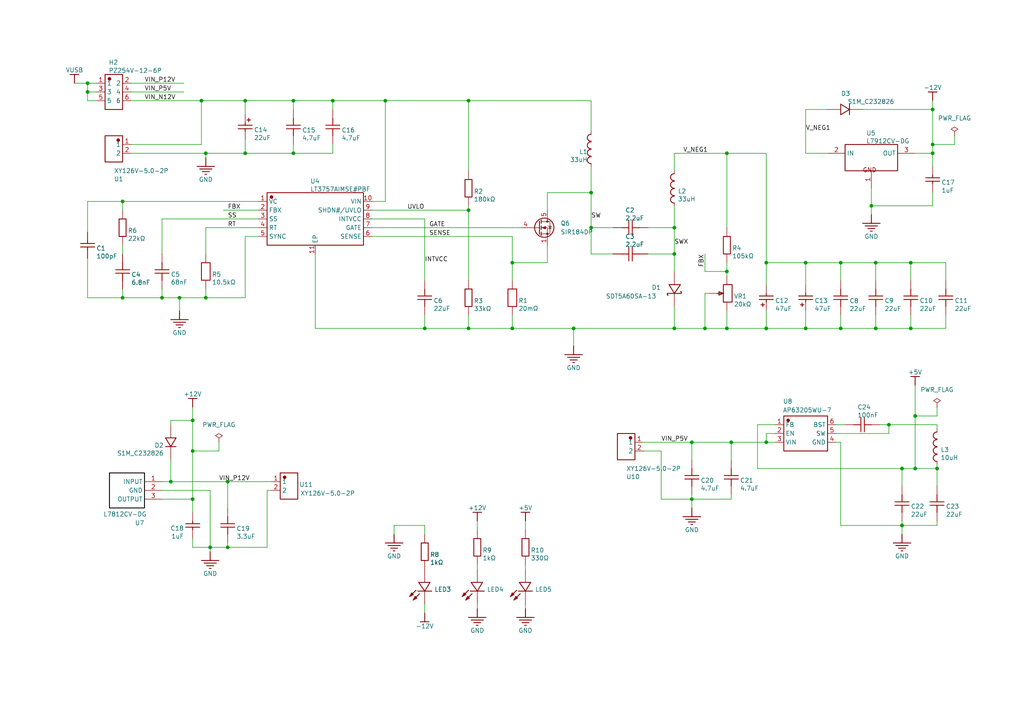
<source format=kicad_sch>
(kicad_sch (version 20231120) (generator "eeschema") (generator_version "8.0")
  (paper "A4")
  (junction (at 25.4 26.67))
  (junction (at 46.99 86.36))
  (junction (at 254 76.2))
  (junction (at 166.37 95.25))
  (junction (at 200.66 128.27))
  (junction (at 210.82 95.25))
  (junction (at 35.56 86.36))
  (junction (at 60.96 158.75))
  (junction (at 111.76 29.21))
  (junction (at 264.16 95.25))
  (junction (at 71.12 29.21))
  (junction (at 135.89 29.21))
  (junction (at 265.43 120.65))
  (junction (at 261.62 135.89))
  (junction (at 135.89 60.96))
  (junction (at 252.73 59.69))
  (junction (at 270.51 31.75))
  (junction (at 243.84 95.25))
  (junction (at 264.16 76.2))
  (junction (at 148.59 95.25))
  (junction (at 200.66 144.78))
  (junction (at 171.45 55.88))
  (junction (at 233.68 95.25))
  (junction (at 270.51 41.91))
  (junction (at 66.04 158.75))
  (junction (at 257.81 123.19))
  (junction (at 135.89 95.25))
  (junction (at 59.69 86.36))
  (junction (at 210.82 78.74))
  (junction (at 243.84 76.2))
  (junction (at 85.09 29.21))
  (junction (at 71.12 44.45))
  (junction (at 222.25 95.25))
  (junction (at 58.42 29.21))
  (junction (at 271.78 135.89))
  (junction (at 195.58 66.04))
  (junction (at 148.59 76.2))
  (junction (at 212.09 128.27))
  (junction (at 55.88 130.81))
  (junction (at 261.62 152.4))
  (junction (at 233.68 76.2))
  (junction (at 222.25 76.2))
  (junction (at 85.09 44.45))
  (junction (at 96.52 29.21))
  (junction (at 52.07 86.36))
  (junction (at 254 95.25))
  (junction (at 171.45 66.04))
  (junction (at 195.58 73.66))
  (junction (at 25.4 24.13))
  (junction (at 66.04 139.7))
  (junction (at 49.53 139.7))
  (junction (at 204.47 95.25))
  (junction (at 123.19 95.25))
  (junction (at 265.43 135.89))
  (junction (at 55.88 121.92))
  (junction (at 35.56 58.42))
  (junction (at 195.58 95.25))
  (junction (at 59.69 44.45))
  (junction (at 55.88 144.78))
  (junction (at 210.82 44.45))
  (junction (at 222.25 128.27))
  (junction (at 270.51 44.45))
  (wire (pts (xy 135.89 29.21) (xy 111.76 29.21)))
  (wire (pts (xy 85.09 41.91) (xy 85.09 44.45)))
  (wire (pts (xy 224.79 125.73) (xy 222.25 125.73)))
  (wire (pts (xy 270.51 44.45) (xy 265.43 44.45)))
  (wire (pts (xy 38.1 24.13) (xy 53.34 24.13)))
  (wire (pts (xy 204.47 78.74) (xy 210.82 78.74)))
  (wire (pts (xy 91.44 73.66) (xy 91.44 95.25)))
  (wire (pts (xy 85.09 29.21) (xy 96.52 29.21)))
  (wire (pts (xy 55.88 156.21) (xy 55.88 158.75)))
  (wire (pts (xy 38.1 41.91) (xy 58.42 41.91)))
  (wire (pts (xy 58.42 29.21) (xy 71.12 29.21)))
  (wire (pts (xy 264.16 81.28) (xy 264.16 76.2)))
  (wire (pts (xy 212.09 133.35) (xy 212.09 128.27)))
  (wire (pts (xy 123.19 63.5) (xy 123.19 81.28)))
  (wire (pts (xy 166.37 100.33) (xy 166.37 95.25)))
  (wire (pts (xy 171.45 66.04) (xy 171.45 55.88)))
  (wire (pts (xy 35.56 71.12) (xy 35.56 73.66)))
  (wire (pts (xy 63.5 130.81) (xy 55.88 130.81)))
  (wire (pts (xy 35.56 83.82) (xy 35.56 86.36)))
  (wire (pts (xy 204.47 95.25) (xy 195.58 95.25)))
  (wire (pts (xy 243.84 81.28) (xy 243.84 76.2)))
  (wire (pts (xy 59.69 83.82) (xy 59.69 86.36)))
  (wire (pts (xy 27.94 29.21) (xy 25.4 29.21)))
  (wire (pts (xy 205.74 85.09) (xy 204.47 85.09)))
  (wire (pts (xy 195.58 44.45) (xy 210.82 44.45)))
  (wire (pts (xy 242.57 128.27) (xy 243.84 128.27)))
  (wire (pts (xy 274.32 91.44) (xy 274.32 95.25)))
  (wire (pts (xy 195.58 73.66) (xy 195.58 78.74)))
  (wire (pts (xy 114.3 154.94) (xy 114.3 152.4)))
  (wire (pts (xy 123.19 91.44) (xy 123.19 95.25)))
  (wire (pts (xy 187.96 73.66) (xy 195.58 73.66)))
  (wire (pts (xy 261.62 135.89) (xy 265.43 135.89)))
  (wire (pts (xy 210.82 44.45) (xy 210.82 66.04)))
  (wire (pts (xy 224.79 128.27) (xy 222.25 128.27)))
  (wire (pts (xy 243.84 76.2) (xy 233.68 76.2)))
  (wire (pts (xy 107.95 60.96) (xy 135.89 60.96)))
  (wire (pts (xy 177.8 66.04) (xy 171.45 66.04)))
  (wire (pts (xy 219.71 135.89) (xy 261.62 135.89)))
  (wire (pts (xy 166.37 95.25) (xy 148.59 95.25)))
  (wire (pts (xy 222.25 76.2) (xy 222.25 82.55)))
  (wire (pts (xy 195.58 49.53) (xy 195.58 44.45)))
  (wire (pts (xy 233.68 95.25) (xy 222.25 95.25)))
  (wire (pts (xy 63.5 128.27) (xy 63.5 130.81)))
  (wire (pts (xy 91.44 95.25) (xy 123.19 95.25)))
  (wire (pts (xy 107.95 63.5) (xy 123.19 63.5)))
  (wire (pts (xy 243.84 152.4) (xy 261.62 152.4)))
  (wire (pts (xy 240.03 31.75) (xy 233.68 31.75)))
  (wire (pts (xy 138.43 151.13) (xy 138.43 153.67)))
  (wire (pts (xy 77.47 142.24) (xy 77.47 158.75)))
  (wire (pts (xy 271.78 140.97) (xy 271.78 135.89)))
  (wire (pts (xy 25.4 74.93) (xy 25.4 86.36)))
  (wire (pts (xy 55.88 144.78) (xy 55.88 148.59)))
  (wire (pts (xy 212.09 128.27) (xy 200.66 128.27)))
  (wire (pts (xy 219.71 123.19) (xy 219.71 135.89)))
  (wire (pts (xy 25.4 29.21) (xy 25.4 26.67)))
  (wire (pts (xy 276.86 39.37) (xy 276.86 41.91)))
  (wire (pts (xy 59.69 86.36) (xy 71.12 86.36)))
  (wire (pts (xy 270.51 59.69) (xy 252.73 59.69)))
  (wire (pts (xy 66.04 157.48) (xy 66.04 158.75)))
  (wire (pts (xy 55.88 130.81) (xy 55.88 144.78)))
  (wire (pts (xy 148.59 68.58) (xy 148.59 76.2)))
  (wire (pts (xy 270.51 31.75) (xy 270.51 41.91)))
  (wire (pts (xy 123.19 95.25) (xy 135.89 95.25)))
  (wire (pts (xy 243.84 91.44) (xy 243.84 95.25)))
  (wire (pts (xy 233.68 31.75) (xy 233.68 44.45)))
  (wire (pts (xy 270.51 48.26) (xy 270.51 44.45)))
  (wire (pts (xy 25.4 67.31) (xy 25.4 58.42)))
  (wire (pts (xy 276.86 41.91) (xy 270.51 41.91)))
  (wire (pts (xy 152.4 175.26) (xy 152.4 176.53)))
  (wire (pts (xy 152.4 163.83) (xy 152.4 165.1)))
  (wire (pts (xy 274.32 76.2) (xy 264.16 76.2)))
  (wire (pts (xy 148.59 76.2) (xy 158.75 76.2)))
  (wire (pts (xy 204.47 73.66) (xy 204.47 78.74)))
  (wire (pts (xy 25.4 26.67) (xy 25.4 24.13)))
  (wire (pts (xy 171.45 55.88) (xy 171.45 48.26)))
  (wire (pts (xy 200.66 144.78) (xy 200.66 147.32)))
  (wire (pts (xy 38.1 44.45) (xy 59.69 44.45)))
  (wire (pts (xy 270.51 55.88) (xy 270.51 59.69)))
  (wire (pts (xy 85.09 44.45) (xy 71.12 44.45)))
  (wire (pts (xy 25.4 86.36) (xy 35.56 86.36)))
  (wire (pts (xy 66.04 158.75) (xy 60.96 158.75)))
  (wire (pts (xy 27.94 26.67) (xy 25.4 26.67)))
  (wire (pts (xy 152.4 153.67) (xy 152.4 151.13)))
  (wire (pts (xy 264.16 95.25) (xy 254 95.25)))
  (wire (pts (xy 250.19 31.75) (xy 270.51 31.75)))
  (wire (pts (xy 35.56 58.42) (xy 74.93 58.42)))
  (wire (pts (xy 204.47 85.09) (xy 204.47 95.25)))
  (wire (pts (xy 38.1 29.21) (xy 58.42 29.21)))
  (wire (pts (xy 46.99 73.66) (xy 46.99 63.5)))
  (wire (pts (xy 52.07 90.17) (xy 52.07 86.36)))
  (wire (pts (xy 71.12 29.21) (xy 71.12 33.02)))
  (wire (pts (xy 254 76.2) (xy 243.84 76.2)))
  (wire (pts (xy 25.4 58.42) (xy 35.56 58.42)))
  (wire (pts (xy 123.19 177.8) (xy 123.19 175.26)))
  (wire (pts (xy 242.57 123.19) (xy 245.11 123.19)))
  (wire (pts (xy 222.25 44.45) (xy 210.82 44.45)))
  (wire (pts (xy 222.25 128.27) (xy 212.09 128.27)))
  (wire (pts (xy 210.82 90.17) (xy 210.82 95.25)))
  (wire (pts (xy 271.78 120.65) (xy 265.43 120.65)))
  (wire (pts (xy 138.43 163.83) (xy 138.43 165.1)))
  (wire (pts (xy 274.32 95.25) (xy 264.16 95.25)))
  (wire (pts (xy 264.16 91.44) (xy 264.16 95.25)))
  (wire (pts (xy 46.99 144.78) (xy 55.88 144.78)))
  (wire (pts (xy 195.58 66.04) (xy 195.58 73.66)))
  (wire (pts (xy 71.12 86.36) (xy 71.12 68.58)))
  (wire (pts (xy 177.8 73.66) (xy 171.45 73.66)))
  (wire (pts (xy 55.88 121.92) (xy 55.88 130.81)))
  (wire (pts (xy 49.53 133.35) (xy 49.53 139.7)))
  (wire (pts (xy 148.59 81.28) (xy 148.59 76.2)))
  (wire (pts (xy 261.62 140.97) (xy 261.62 135.89)))
  (wire (pts (xy 111.76 29.21) (xy 111.76 58.42)))
  (wire (pts (xy 66.04 139.7) (xy 66.04 147.32)))
  (wire (pts (xy 240.03 44.45) (xy 233.68 44.45)))
  (wire (pts (xy 257.81 123.19) (xy 271.78 123.19)))
  (wire (pts (xy 49.53 121.92) (xy 55.88 121.92)))
  (wire (pts (xy 222.25 90.17) (xy 222.25 95.25)))
  (wire (pts (xy 111.76 58.42) (xy 107.95 58.42)))
  (wire (pts (xy 243.84 128.27) (xy 243.84 152.4)))
  (wire (pts (xy 135.89 95.25) (xy 148.59 95.25)))
  (wire (pts (xy 55.88 118.11) (xy 55.88 121.92)))
  (wire (pts (xy 274.32 81.28) (xy 274.32 76.2)))
  (wire (pts (xy 222.25 76.2) (xy 222.25 44.45)))
  (wire (pts (xy 135.89 91.44) (xy 135.89 95.25)))
  (wire (pts (xy 271.78 152.4) (xy 261.62 152.4)))
  (wire (pts (xy 210.82 95.25) (xy 204.47 95.25)))
  (wire (pts (xy 123.19 152.4) (xy 123.19 154.94)))
  (wire (pts (xy 78.74 139.7) (xy 66.04 139.7)))
  (wire (pts (xy 212.09 143.51) (xy 212.09 144.78)))
  (wire (pts (xy 107.95 66.04) (xy 151.13 66.04)))
  (wire (pts (xy 195.58 88.9) (xy 195.58 95.25)))
  (wire (pts (xy 171.45 29.21) (xy 135.89 29.21)))
  (wire (pts (xy 114.3 152.4) (xy 123.19 152.4)))
  (wire (pts (xy 264.16 76.2) (xy 254 76.2)))
  (wire (pts (xy 271.78 123.19) (xy 271.78 124.46)))
  (wire (pts (xy 25.4 24.13) (xy 27.94 24.13)))
  (wire (pts (xy 135.89 59.69) (xy 135.89 60.96)))
  (wire (pts (xy 261.62 152.4) (xy 261.62 151.13)))
  (wire (pts (xy 270.51 29.21) (xy 270.51 31.75)))
  (wire (pts (xy 261.62 154.94) (xy 261.62 152.4)))
  (wire (pts (xy 195.58 59.69) (xy 195.58 66.04)))
  (wire (pts (xy 135.89 49.53) (xy 135.89 29.21)))
  (wire (pts (xy 222.25 125.73) (xy 222.25 128.27)))
  (wire (pts (xy 224.79 123.19) (xy 219.71 123.19)))
  (wire (pts (xy 210.82 76.2) (xy 210.82 78.74)))
  (wire (pts (xy 252.73 54.61) (xy 252.73 59.69)))
  (wire (pts (xy 271.78 151.13) (xy 271.78 152.4)))
  (wire (pts (xy 38.1 26.67) (xy 53.34 26.67)))
  (wire (pts (xy 186.69 130.81) (xy 191.77 130.81)))
  (wire (pts (xy 254 81.28) (xy 254 76.2)))
  (wire (pts (xy 265.43 135.89) (xy 271.78 135.89)))
  (wire (pts (xy 46.99 86.36) (xy 52.07 86.36)))
  (wire (pts (xy 195.58 95.25) (xy 166.37 95.25)))
  (wire (pts (xy 107.95 68.58) (xy 148.59 68.58)))
  (wire (pts (xy 233.68 76.2) (xy 222.25 76.2)))
  (wire (pts (xy 71.12 29.21) (xy 85.09 29.21)))
  (wire (pts (xy 158.75 71.12) (xy 158.75 76.2)))
  (wire (pts (xy 265.43 111.76) (xy 265.43 120.65)))
  (wire (pts (xy 46.99 63.5) (xy 74.93 63.5)))
  (wire (pts (xy 191.77 144.78) (xy 200.66 144.78)))
  (wire (pts (xy 96.52 44.45) (xy 85.09 44.45)))
  (wire (pts (xy 210.82 78.74) (xy 210.82 80.01)))
  (wire (pts (xy 46.99 142.24) (xy 60.96 142.24)))
  (wire (pts (xy 35.56 60.96) (xy 35.56 58.42)))
  (wire (pts (xy 200.66 128.27) (xy 200.66 133.35)))
  (wire (pts (xy 148.59 95.25) (xy 148.59 91.44)))
  (wire (pts (xy 46.99 83.82) (xy 46.99 86.36)))
  (wire (pts (xy 49.53 139.7) (xy 66.04 139.7)))
  (wire (pts (xy 265.43 120.65) (xy 265.43 135.89)))
  (wire (pts (xy 55.88 158.75) (xy 60.96 158.75)))
  (wire (pts (xy 222.25 95.25) (xy 210.82 95.25)))
  (wire (pts (xy 60.96 158.75) (xy 60.96 160.02)))
  (wire (pts (xy 46.99 139.7) (xy 49.53 139.7)))
  (wire (pts (xy 59.69 44.45) (xy 59.69 45.72)))
  (wire (pts (xy 138.43 175.26) (xy 138.43 176.53)))
  (wire (pts (xy 59.69 66.04) (xy 74.93 66.04)))
  (wire (pts (xy 96.52 29.21) (xy 111.76 29.21)))
  (wire (pts (xy 254 91.44) (xy 254 95.25)))
  (wire (pts (xy 71.12 68.58) (xy 74.93 68.58)))
  (wire (pts (xy 233.68 76.2) (xy 233.68 82.55)))
  (wire (pts (xy 71.12 44.45) (xy 59.69 44.45)))
  (wire (pts (xy 242.57 125.73) (xy 257.81 125.73)))
  (wire (pts (xy 271.78 118.11) (xy 271.78 120.65)))
  (wire (pts (xy 171.45 73.66) (xy 171.45 66.04)))
  (wire (pts (xy 191.77 130.81) (xy 191.77 144.78)))
  (wire (pts (xy 233.68 90.17) (xy 233.68 95.25)))
  (wire (pts (xy 271.78 135.89) (xy 271.78 134.62)))
  (wire (pts (xy 135.89 60.96) (xy 135.89 81.28)))
  (wire (pts (xy 58.42 41.91) (xy 58.42 29.21)))
  (wire (pts (xy 186.69 128.27) (xy 200.66 128.27)))
  (wire (pts (xy 35.56 86.36) (xy 46.99 86.36)))
  (wire (pts (xy 64.77 60.96) (xy 74.93 60.96)))
  (wire (pts (xy 243.84 95.25) (xy 233.68 95.25)))
  (wire (pts (xy 21.59 24.13) (xy 25.4 24.13)))
  (wire (pts (xy 71.12 40.64) (xy 71.12 44.45)))
  (wire (pts (xy 96.52 31.75) (xy 96.52 29.21)))
  (wire (pts (xy 158.75 60.96) (xy 158.75 55.88)))
  (wire (pts (xy 187.96 66.04) (xy 195.58 66.04)))
  (wire (pts (xy 252.73 59.69) (xy 252.73 62.23)))
  (wire (pts (xy 85.09 31.75) (xy 85.09 29.21)))
  (wire (pts (xy 158.75 55.88) (xy 171.45 55.88)))
  (wire (pts (xy 96.52 41.91) (xy 96.52 44.45)))
  (wire (pts (xy 270.51 41.91) (xy 270.51 44.45)))
  (wire (pts (xy 60.96 142.24) (xy 60.96 158.75)))
  (wire (pts (xy 257.81 125.73) (xy 257.81 123.19)))
  (wire (pts (xy 59.69 73.66) (xy 59.69 66.04)))
  (wire (pts (xy 49.53 123.19) (xy 49.53 121.92)))
  (wire (pts (xy 78.74 142.24) (xy 77.47 142.24)))
  (wire (pts (xy 255.27 123.19) (xy 257.81 123.19)))
  (wire (pts (xy 212.09 144.78) (xy 200.66 144.78)))
  (wire (pts (xy 171.45 38.1) (xy 171.45 29.21)))
  (wire (pts (xy 77.47 158.75) (xy 66.04 158.75)))
  (wire (pts (xy 254 95.25) (xy 243.84 95.25)))
  (wire (pts (xy 52.07 86.36) (xy 59.69 86.36)))
  (wire (pts (xy 200.66 143.51) (xy 200.66 144.78)))
  (label "GATE" (at 124.46 66.04 0))
  (label "SS" (at 66.04 63.5 0))
  (label "VIN_N12V" (at 41.91 29.21 0))
  (label "RT" (at 66.04 66.04 0))
  (label "VIN_P12V" (at 41.91 24.13 0))
  (label "VIN_P5V" (at 191.77 128.27 0))
  (label "V_NEG1" (at 198.12 44.45 0))
  (label "SENSE" (at 124.46 68.58 0))
  (label "INTVCC" (at 123.19 76.2 0))
  (label "FBX" (at 66.04 60.96 0))
  (label "VIN_P5V" (at 41.91 26.67 0))
  (label "SW" (at 171.45 63.5 0))
  (label "SWX" (at 195.58 71.12 0))
  (label "VIN_P12V" (at 63.5 139.7 0))
  (label "V_NEG1" (at 233.68 38.1 0))
  (label "UVLO" (at 118.11 60.96 0))
  (label "FBX" (at 204.47 77.47 90))
  (symbol (lib_id "dualrailusbc-altium-import:root_1_33uH") (at 171.45 43.18 0) (unit 1)
    (property "Reference" "L1" (at 170.434 44.747 0) (effects (justify right bottom)))
    (property "Value" "33uH" (at 170.434 47.033 0) (effects (justify right bottom)))
    (property "Footprint" "Inductor_SMD_Custom:L_SMD_Sumida_L11.5mm_W10.0mm" (effects (hide yes)))
    (property "CONTRIBUTOR" "lcsc" (effects (hide yes)))
    (property "NAMEALIAS" "Value" (effects (hide yes)))
    (property "SUPPLIER" "LCSC" (effects (hide yes)))
    (property "SUPPLIER PART" "C2454199" (effects (hide yes)))
    (property "MANUFACTURER" "Sumida(胜美达)" (effects (hide yes)))
    (property "MANUFACTURER PART" "104CDMCCDS-330MC" (effects (hide yes)))
    (property "JLCPCB PART CLASS" "Extended Part" (effects (hide yes)))
    (property "SPICEPRE" "U" (effects (hide yes)))
    (property "SPICESYMBOLNAME" "104CDMCCDS-330MC" (effects (hide yes)))
  )
  (symbol (lib_id "dualrailusbc-altium-import:root_0_100nF") (at 250.19 123.19 0) (unit 1)
    (property "Reference" "C24" (at 248.676 118.816 0) (effects (justify left bottom)))
    (property "Value" "100nF" (at 248.676 121.137 0) (effects (justify left bottom)))
    (property "Footprint" "Capacitor_SMD:C_0603_1608Metric" (effects (hide yes)))
    (property "NAMEALIAS" "Value" (effects (hide yes)))
    (property "SUPPLIER" "LCSC" (effects (hide yes)))
    (property "MANUFACTURER" "muRata(村田)" (effects (hide yes)))
    (property "MANUFACTURER PART" "GRM188R71H104KA93D" (effects (hide yes)))
    (property "SUPPLIER PART" "C77055" (effects (hide yes)))
    (property "JLCPCB PART CLASS" "Extended Part" (effects (hide yes)))
    (property "SPICEPRE" "C" (effects (hide yes)))
    (property "SPICESYMBOLNAME" "GRM188R71H104KA93D" (effects (hide yes)))
  )
  (symbol (lib_id "dualrailusbc-altium-import:root_1_4.7uF") (at 96.52 36.83 0) (unit 1)
    (property "Reference" "C16" (at 99.06 38.471 0) (effects (justify left bottom)))
    (property "Value" "4.7uF" (at 99.06 40.762 0) (effects (justify left bottom)))
    (property "Footprint" "Capacitor_SMD:C_1210_3225Metric" (effects (hide yes)))
    (property "NAMEALIAS" "Value" (effects (hide yes)))
    (property "SUPPLIER" "LCSC" (effects (hide yes)))
    (property "MANUFACTURER" "muRata(村田)" (effects (hide yes)))
    (property "MANUFACTURER PART" "GRM32ER71H475KA88L" (effects (hide yes)))
    (property "SUPPLIER PART" "C86052" (effects (hide yes)))
    (property "JLCPCB PART CLASS" "Extended Part" (effects (hide yes)))
    (property "SPICEPRE" "C" (effects (hide yes)))
    (property "SPICESYMBOLNAME" "GRM32ER71H475KA88L" (effects (hide yes)))
  )
  (symbol (lib_id "dualrailusbc-altium-import:root_1_22uF") (at 274.32 86.36 0) (unit 1)
    (property "Reference" "C11" (at 276.86 87.917 0) (effects (justify left bottom)))
    (property "Value" "22uF" (at 276.86 90.241 0) (effects (justify left bottom)))
    (property "Footprint" "Capacitor_SMD:C_1210_3225Metric" (effects (hide yes)))
    (property "NAMEALIAS" "Value" (effects (hide yes)))
    (property "CONTRIBUTOR" "LCSC" (effects (hide yes)))
    (property "SUPPLIER" "LCSC" (effects (hide yes)))
    (property "SUPPLIER PART" "C21397" (effects (hide yes)))
    (property "MANUFACTURER" "muRata(村田)" (effects (hide yes)))
    (property "MANUFACTURER PART" "GRM32ER71E226KE15L" (effects (hide yes)))
    (property "JLCPCB PART CLASS" "Extended Part" (effects (hide yes)))
    (property "SPICEPRE" "C" (effects (hide yes)))
    (property "SPICESYMBOLNAME" "GRM32ER71E226KE15L" (effects (hide yes)))
  )
  (symbol (lib_id "dualrailusbc-altium-import:root_1_330Ω") (at 152.4 158.75 0) (unit 1)
    (property "Reference" "R10" (at 153.924 160.317 0) (effects (justify left bottom)))
    (property "Value" "330Ω" (at 153.924 162.603 0) (effects (justify left bottom)))
    (property "Footprint" "Resistor_SMD:R_0603_1608Metric" (effects (hide yes)))
    (property "NAMEALIAS" "Value" (effects (hide yes)))
    (property "SUPPLIER" "LCSC" (effects (hide yes)))
    (property "MANUFACTURER" "YAGEO(国巨)" (effects (hide yes)))
    (property "MANUFACTURER PART" "RC0603FR-07330RL" (effects (hide yes)))
    (property "SUPPLIER PART" "C105881" (effects (hide yes)))
    (property "JLCPCB PART CLASS" "Extended Part" (effects (hide yes)))
    (property "SPICEPRE" "R" (effects (hide yes)))
    (property "SPICESYMBOLNAME" "RC0603FR-07330RL" (effects (hide yes)))
  )
  (symbol (lib_id "dualrailusbc-altium-import:root_1_10.5kΩ") (at 59.69 78.74 0) (unit 1)
    (property "Reference" "R5" (at 61.468 80.307 0) (effects (justify left bottom)))
    (property "Value" "10.5kΩ" (at 61.468 82.593 0) (effects (justify left bottom)))
    (property "Footprint" "Resistor_SMD:R_0603_1608Metric" (effects (hide yes)))
    (property "NAMEALIAS" "Value" (effects (hide yes)))
    (property "CONTRIBUTOR" "LCSC" (effects (hide yes)))
    (property "SUPPLIER" "LCSC" (effects (hide yes)))
    (property "SUPPLIER PART" "C728609" (effects (hide yes)))
    (property "MANUFACTURER" "YAGEO(国巨)" (effects (hide yes)))
    (property "MANUFACTURER PART" "RT0603DRD0710K5L" (effects (hide yes)))
    (property "JLCPCB PART CLASS" "Extended Part" (effects (hide yes)))
    (property "SPICEPRE" "R" (effects (hide yes)))
    (property "SPICESYMBOLNAME" "RT0603DRD0710K5L" (effects (hide yes)))
  )
  (symbol (lib_id "dualrailusbc-altium-import:GND_POWER_GROUND") (at 152.4 176.53 0) (unit 1)
    (property "Reference" "#PWR050" (effects (hide yes)))
    (property "Value" "GND" (at 152.4 182.88 0))
    (property "Description" "Power symbol creates a global label with name 'GND'" (effects (hide yes)))
  )
  (symbol (lib_id "dualrailusbc-altium-import:root_1_1kΩ") (at 123.19 160.02 0) (unit 1)
    (property "Reference" "R8" (at 124.714 161.587 0) (effects (justify left bottom)))
    (property "Value" "1kΩ" (at 124.714 163.873 0) (effects (justify left bottom)))
    (property "Footprint" "Resistor_SMD:R_0603_1608Metric" (effects (hide yes)))
    (property "NAMEALIAS" "Value" (effects (hide yes)))
    (property "SUPPLIER" "LCSC" (effects (hide yes)))
    (property "MANUFACTURER PART" "RC0603FR-071KL" (effects (hide yes)))
    (property "MANUFACTURER" "YAGEO(国巨)" (effects (hide yes)))
    (property "SUPPLIER PART" "C22548" (effects (hide yes)))
    (property "JLCPCB PART CLASS" "Extended Part" (effects (hide yes)))
    (property "SPICEPRE" "R" (effects (hide yes)))
    (property "SPICESYMBOLNAME" "RC0603FR-071KL" (effects (hide yes)))
  )
  (symbol (lib_id "dualrailusbc-altium-import:root_1_22kΩ") (at 35.56 66.04 0) (unit 1)
    (property "Reference" "R6" (at 37.084 67.597 0) (effects (justify left bottom)))
    (property "Value" "22kΩ" (at 37.084 69.921 0) (effects (justify left bottom)))
    (property "Footprint" "Resistor_SMD:R_0603_1608Metric" (effects (hide yes)))
    (property "NAMEALIAS" "Value" (effects (hide yes)))
    (property "SUPPLIER" "LCSC" (effects (hide yes)))
    (property "MANUFACTURER" "YAGEO(国巨)" (effects (hide yes)))
    (property "MANUFACTURER PART" "RC0603FR-0722KL" (effects (hide yes)))
    (property "SUPPLIER PART" "C114065" (effects (hide yes)))
    (property "JLCPCB PART CLASS" "Extended Part" (effects (hide yes)))
    (property "SPICEPRE" "R" (effects (hide yes)))
    (property "SPICESYMBOLNAME" "RC0603FR-0722KL" (effects (hide yes)))
  )
  (symbol (lib_id "dualrailusbc-altium-import:root_1_4.7uF") (at 85.09 36.83 0) (unit 1)
    (property "Reference" "C15" (at 87.63 38.471 0) (effects (justify left bottom)))
    (property "Value" "4.7uF" (at 87.63 40.762 0) (effects (justify left bottom)))
    (property "Footprint" "Capacitor_SMD:C_1210_3225Metric" (effects (hide yes)))
    (property "NAMEALIAS" "Value" (effects (hide yes)))
    (property "SUPPLIER" "LCSC" (effects (hide yes)))
    (property "MANUFACTURER" "muRata(村田)" (effects (hide yes)))
    (property "MANUFACTURER PART" "GRM32ER71H475KA88L" (effects (hide yes)))
    (property "SUPPLIER PART" "C86052" (effects (hide yes)))
    (property "JLCPCB PART CLASS" "Extended Part" (effects (hide yes)))
    (property "SPICEPRE" "C" (effects (hide yes)))
    (property "SPICESYMBOLNAME" "GRM32ER71H475KA88L" (effects (hide yes)))
  )
  (symbol (lib_id "dualrailusbc-altium-import:GND_POWER_GROUND") (at 261.62 154.94 0) (unit 1)
    (property "Reference" "#PWR054" (effects (hide yes)))
    (property "Value" "GND" (at 261.62 161.29 0))
    (property "Description" "Power symbol creates a global label with name 'GND'" (effects (hide yes)))
  )
  (symbol (lib_id "dualrailusbc-altium-import:root_0_20kΩ") (at 208.28 85.09 0) (unit 1)
    (property "Reference" "VR1" (at 212.852 86.647 0) (effects (justify left bottom)))
    (property "Value" "20kΩ" (at 212.852 88.971 0) (effects (justify left bottom)))
    (property "Footprint" "Potentiometer_SMD:Potentiometer_Bourns_3224W_Vertical" (effects (hide yes)))
    (property "RESISTANCE(OHMS)" "20K" (effects (hide yes)))
    (property "NAMEALIAS" "Value" (effects (hide yes)))
    (property "SUPPLIER" "LCSC" (effects (hide yes)))
    (property "MANUFACTURER" "BOURNS" (effects (hide yes)))
    (property "MANUFACTURER PART" "3224W-1-203E" (effects (hide yes)))
    (property "SUPPLIER PART" "C55071" (effects (hide yes)))
    (property "JLCPCB PART CLASS" "Extended Part" (effects (hide yes)))
    (property "SPICEPRE" "V" (effects (hide yes)))
    (property "SPICESYMBOLNAME" "3224W-1-203E" (effects (hide yes)))
  )
  (symbol (lib_id "dualrailusbc-altium-import:root_1_105kΩ") (at 210.82 71.12 0) (unit 1)
    (property "Reference" "R4" (at 212.344 72.677 0) (effects (justify left bottom)))
    (property "Value" "105kΩ" (at 212.344 75.001 0) (effects (justify left bottom)))
    (property "Footprint" "Resistor_SMD:R_0603_1608Metric" (effects (hide yes)))
    (property "NAMEALIAS" "Value" (effects (hide yes)))
    (property "CONTRIBUTOR" "LCSC" (effects (hide yes)))
    (property "SUPPLIER" "LCSC" (effects (hide yes)))
    (property "MANUFACTURER" "YAGEO(国巨)" (effects (hide yes)))
    (property "MANUFACTURER PART" "RC0603FR-07105KL" (effects (hide yes)))
    (property "SUPPLIER PART" "C141685" (effects (hide yes)))
    (property "JLCPCB PART CLASS" "Extended Part" (effects (hide yes)))
    (property "SPICEPRE" "R" (effects (hide yes)))
    (property "SPICESYMBOLNAME" "RC0603FR-07105KL" (effects (hide yes)))
  )
  (symbol (lib_id "dualrailusbc-altium-import:root_1_22uF") (at 261.62 146.05 0) (unit 1)
    (property "Reference" "C22" (at 264.16 147.607 0) (effects (justify left bottom)))
    (property "Value" "22uF" (at 264.16 149.931 0) (effects (justify left bottom)))
    (property "Footprint" "Capacitor_SMD:C_0805_2012Metric" (effects (hide yes)))
    (property "NAMEALIAS" "Value" (effects (hide yes)))
    (property "CONTRIBUTOR" "LCSC" (effects (hide yes)))
    (property "SUPPLIER" "LCSC" (effects (hide yes)))
    (property "SUPPLIER PART" "C711104" (effects (hide yes)))
    (property "MANUFACTURER" "muRata(村田)" (effects (hide yes)))
    (property "MANUFACTURER PART" "GRT21BR61C226ME13L" (effects (hide yes)))
    (property "JLCPCB PART CLASS" "Extended Part" (effects (hide yes)))
    (property "SPICEPRE" "C" (effects (hide yes)))
    (property "SPICESYMBOLNAME" "GRT21BR61C226ME13L" (effects (hide yes)))
  )
  (symbol (lib_id "dualrailusbc-altium-import:root_0_PZ254V-12-6P") (at 33.02 26.67 0) (unit 1)
    (property "Reference" "H2" (at 31.504 18.819 0) (effects (justify left bottom)))
    (property "Value" "PZ254V-12-6P" (at 31.504 21.188 0) (effects (justify left bottom)))
    (property "Footprint" "Connector_PinHeader_2.54mm:PinHeader_2x03_P2.54mm_Vertical" (effects (hide yes)))
    (property "CONTRIBUTOR" "LCSC" (effects (hide yes)))
    (property "SUPPLIER" "LCSC" (effects (hide yes)))
    (property "SUPPLIER PART" "C492420" (effects (hide yes)))
    (property "MANUFACTURER" "XFCN(兴飞)" (effects (hide yes)))
    (property "MANUFACTURER PART" "PZ254V-12-6P" (effects (hide yes)))
    (property "JLCPCB PART CLASS" "Extended Part" (effects (hide yes)))
    (property "SPICEPRE" "H" (effects (hide yes)))
    (property "SPICESYMBOLNAME" "PZ254V-12-6P" (effects (hide yes)))
  )
  (symbol (lib_id "dualrailusbc-altium-import:root_1_4.7uF") (at 200.66 138.43 0) (unit 1)
    (property "Reference" "C20" (at 203.2 140.071 0) (effects (justify left bottom)))
    (property "Value" "4.7uF" (at 203.2 142.362 0) (effects (justify left bottom)))
    (property "Footprint" "Capacitor_SMD:C_1210_3225Metric" (effects (hide yes)))
    (property "NAMEALIAS" "Value" (effects (hide yes)))
    (property "SUPPLIER" "LCSC" (effects (hide yes)))
    (property "MANUFACTURER" "muRata(村田)" (effects (hide yes)))
    (property "MANUFACTURER PART" "GRM32ER71H475KA88L" (effects (hide yes)))
    (property "SUPPLIER PART" "C86052" (effects (hide yes)))
    (property "JLCPCB PART CLASS" "Extended Part" (effects (hide yes)))
    (property "SPICEPRE" "C" (effects (hide yes)))
    (property "SPICESYMBOLNAME" "GRM32ER71H475KA88L" (effects (hide yes)))
  )
  (symbol (lib_id "dualrailusbc-altium-import:root_0_LT3757AIMSE#PBF") (at 91.44 63.5 0) (unit 1)
    (property "Reference" "U4" (at 89.969 53.284 0) (effects (justify left bottom)))
    (property "Value" "LT3757AIMSE#PBF" (at 89.969 55.605 0) (effects (justify left bottom)))
    (property "Footprint" "Package_SO:MSOP-10-1EP_3x3mm_P0.5mm_EP1.68x1.88mm" (effects (hide yes)))
    (property "CONTRIBUTOR" "LCSC" (effects (hide yes)))
    (property "SUPPLIER" "Digi-Key" (effects (hide yes)))
    (property "SUPPLIER PART" "505-LT3757AIMSE#PBF-ND" (effects (hide yes)))
    (property "MANUFACTURER" "ADI/LINEAR" (effects (hide yes)))
    (property "MANUFACTURER PART" "LT3757AIMSE#PBF" (effects (hide yes)))
    (property "SPICEPRE" "U" (effects (hide yes)))
    (property "SPICESYMBOLNAME" "LT3757AIMSE#PBF" (effects (hide yes)))
  )
  (symbol (lib_id "dualrailusbc-altium-import:GND_POWER_GROUND") (at 138.43 176.53 0) (unit 1)
    (property "Reference" "#PWR048" (effects (hide yes)))
    (property "Value" "GND" (at 138.43 182.88 0))
    (property "Description" "Power symbol creates a global label with name 'GND'" (effects (hide yes)))
  )
  (symbol (lib_id "dualrailusbc-altium-import:root_1_68nF") (at 46.99 78.74 0) (unit 1)
    (property "Reference" "C5" (at 49.53 80.307 0) (effects (justify left bottom)))
    (property "Value" "68nF" (at 49.53 82.593 0) (effects (justify left bottom)))
    (property "Footprint" "Capacitor_SMD:C_0603_1608Metric" (effects (hide yes)))
    (property "NAMEALIAS" "Value" (effects (hide yes)))
    (property "CONTRIBUTOR" "LCSC" (effects (hide yes)))
    (property "SUPPLIER" "LCSC" (effects (hide yes)))
    (property "SUPPLIER PART" "C354385" (effects (hide yes)))
    (property "MANUFACTURER" "muRata(村田)" (effects (hide yes)))
    (property "MANUFACTURER PART" "GCJ188R71H683KA12D" (effects (hide yes)))
    (property "JLCPCB PART CLASS" "Extended Part" (effects (hide yes)))
    (property "SPICEPRE" "C" (effects (hide yes)))
    (property "SPICESYMBOLNAME" "GCJ188R71H683KA12D" (effects (hide yes)))
  )
  (symbol (lib_id "dualrailusbc-altium-import:root_1_1uF") (at 55.88 152.4 0) (unit 1)
    (property "Reference" "C18" (at 53.34 153.957 0) (effects (justify right bottom)))
    (property "Value" "1uF" (at 53.34 156.281 0) (effects (justify right bottom)))
    (property "Footprint" "Capacitor_SMD:C_0805_2012Metric" (effects (hide yes)))
    (property "NAMEALIAS" "Value" (effects (hide yes)))
    (property "SUPPLIER" "LCSC" (effects (hide yes)))
    (property "MANUFACTURER" "muRata(村田)" (effects (hide yes)))
    (property "MANUFACTURER PART" "GCM21BR71H105KA03L" (effects (hide yes)))
    (property "SUPPLIER PART" "C126592" (effects (hide yes)))
    (property "JLCPCB PART CLASS" "Extended Part" (effects (hide yes)))
    (property "SPICEPRE" "C" (effects (hide yes)))
    (property "SPICESYMBOLNAME" "GCM21BR71H105KA03L" (effects (hide yes)))
  )
  (symbol (lib_id "dualrailusbc-altium-import:root_2_XY126V-5.0-2P") (at 181.61 129.54 0) (unit 1)
    (property "Reference" "U10" (at 181.618 139.001 0) (effects (justify left bottom)))
    (property "Value" "XY126V-5.0-2P" (at 181.618 136.631 0) (effects (justify left bottom)))
    (property "Footprint" "TerminalBlock_Phoenix:TerminalBlock_Phoenix_MKDS-1,5-2_1x02_P5.00mm_Horizontal" (effects (hide yes)))
    (property "CONTRIBUTOR" "LCSC" (effects (hide yes)))
    (property "SUPPLIER" "LCSC" (effects (hide yes)))
    (property "SUPPLIER PART" "C557646" (effects (hide yes)))
    (property "MANUFACTURER" "XINLAIYA(新莱亚)" (effects (hide yes)))
    (property "MANUFACTURER PART" "XY126V-5.0-2P" (effects (hide yes)))
    (property "JLCPCB PART CLASS" "Extended Part" (effects (hide yes)))
    (property "SPICEPRE" "U" (effects (hide yes)))
    (property "SPICESYMBOLNAME" "XY126V-5.0-2P" (effects (hide yes)))
  )
  (symbol (lib_id "dualrailusbc-altium-import:root_1_22uF") (at 123.19 86.36 0) (unit 1)
    (property "Reference" "C6" (at 125.73 87.927 0) (effects (justify left bottom)))
    (property "Value" "22uF" (at 125.73 90.213 0) (effects (justify left bottom)))
    (property "Footprint" "Capacitor_SMD:C_0603_1608Metric" (effects (hide yes)))
    (property "NAMEALIAS" "Value" (effects (hide yes)))
    (property "SUPPLIER" "LCSC" (effects (hide yes)))
    (property "MANUFACTURER" "muRata(村田)" (effects (hide yes)))
    (property "MANUFACTURER PART" "GRM188R61A226ME15D" (effects (hide yes)))
    (property "SUPPLIER PART" "C84419" (effects (hide yes)))
    (property "JLCPCB PART CLASS" "Extended Part" (effects (hide yes)))
    (property "SPICEPRE" "C" (effects (hide yes)))
    (property "SPICESYMBOLNAME" "GRM188R61A226ME15D" (effects (hide yes)))
  )
  (symbol (lib_id "dualrailusbc-altium-import:GND_POWER_GROUND") (at 59.69 45.72 0) (unit 1)
    (property "Reference" "#PWR043" (effects (hide yes)))
    (property "Value" "GND" (at 59.69 52.07 0))
    (property "Description" "Power symbol creates a global label with name 'GND'" (effects (hide yes)))
  )
  (symbol (lib_id "dualrailusbc-altium-import:GND_POWER_GROUND") (at 52.07 90.17 0) (unit 1)
    (property "Reference" "#PWR041" (effects (hide yes)))
    (property "Value" "GND" (at 52.07 96.52 0))
    (property "Description" "Power symbol creates a global label with name 'GND'" (effects (hide yes)))
  )
  (symbol (lib_id "dualrailusbc-altium-import:-12V_BAR") (at 270.51 29.21 180) (unit 1)
    (property "Reference" "#PWR056" (effects (hide yes)))
    (property "Value" "-12V" (at 270.51 25.4 0))
    (property "Description" "Power symbol creates a global label with name '-12V'" (effects (hide yes)))
  )
  (symbol (lib_id "dualrailusbc-altium-import:+12V_BAR") (at 138.43 151.13 180) (unit 1)
    (property "Reference" "#PWR047" (effects (hide yes)))
    (property "Value" "+12V" (at 138.43 147.32 0))
    (property "Description" "Power symbol creates a global label with name '+12V'" (effects (hide yes)))
  )
  (symbol (lib_id "dualrailusbc-altium-import:root_2_L7812CV-DG") (at 39.37 142.24 0) (unit 1)
    (property "Reference" "U7" (at 39.116 152.4 0) (effects (justify left bottom)))
    (property "Value" "L7812CV-DG" (at 29.972 149.86 0) (effects (justify left bottom)))
    (property "Footprint" "Package_TO_SOT_THT:TO-220-3_Vertical" (effects (hide yes)))
    (property "SUPPLIER" "LCSC" (effects (hide yes)))
    (property "MANUFACTURER" "ST(意法半导体)" (effects (hide yes)))
    (property "MANUFACTURER PART" "L7812CV-DG" (effects (hide yes)))
    (property "SUPPLIER PART" "C2914" (effects (hide yes)))
    (property "JLCPCB PART CLASS" "Extended Part" (effects (hide yes)))
    (property "SPICEPRE" "U" (effects (hide yes)))
    (property "SPICESYMBOLNAME" "L7812CV-DG" (effects (hide yes)))
  )
  (symbol (lib_id "dualrailusbc-altium-import:GND_POWER_GROUND") (at 60.96 160.02 0) (unit 1)
    (property "Reference" "#PWR044" (effects (hide yes)))
    (property "Value" "GND" (at 60.96 166.37 0))
    (property "Description" "Power symbol creates a global label with name 'GND'" (effects (hide yes)))
  )
  (symbol (lib_id "dualrailusbc-altium-import:GND_POWER_GROUND") (at 166.37 100.33 0) (unit 1)
    (property "Reference" "#PWR051" (effects (hide yes)))
    (property "Value" "GND" (at 166.37 106.68 0))
    (property "Description" "Power symbol creates a global label with name 'GND'" (effects (hide yes)))
  )
  (symbol (lib_id "power:PWR_FLAG") (at 271.78 118.11 0) (unit 1)
    (property "Reference" "#FLG08" (effects (hide yes)))
    (property "Value" "PWR_FLAG" (at 271.78 113.03 0))
    (property "Description" "Special symbol for telling ERC where power comes from" (effects (hide yes)))
  )
  (symbol (lib_id "dualrailusbc-altium-import:root_1_22uF") (at 264.16 86.36 0) (unit 1)
    (property "Reference" "C10" (at 266.7 87.917 0) (effects (justify left bottom)))
    (property "Value" "22uF" (at 266.7 90.241 0) (effects (justify left bottom)))
    (property "Footprint" "Capacitor_SMD:C_1210_3225Metric" (effects (hide yes)))
    (property "NAMEALIAS" "Value" (effects (hide yes)))
    (property "CONTRIBUTOR" "LCSC" (effects (hide yes)))
    (property "SUPPLIER" "LCSC" (effects (hide yes)))
    (property "SUPPLIER PART" "C21397" (effects (hide yes)))
    (property "MANUFACTURER" "muRata(村田)" (effects (hide yes)))
    (property "MANUFACTURER PART" "GRM32ER71E226KE15L" (effects (hide yes)))
    (property "JLCPCB PART CLASS" "Extended Part" (effects (hide yes)))
    (property "SPICEPRE" "C" (effects (hide yes)))
    (property "SPICESYMBOLNAME" "GRM32ER71E226KE15L" (effects (hide yes)))
  )
  (symbol (lib_id "dualrailusbc-altium-import:root_1_22uF") (at 271.78 146.05 0) (unit 1)
    (property "Reference" "C23" (at 274.32 147.607 0) (effects (justify left bottom)))
    (property "Value" "22uF" (at 274.32 149.931 0) (effects (justify left bottom)))
    (property "Footprint" "Capacitor_SMD:C_0805_2012Metric" (effects (hide yes)))
    (property "NAMEALIAS" "Value" (effects (hide yes)))
    (property "CONTRIBUTOR" "LCSC" (effects (hide yes)))
    (property "SUPPLIER" "LCSC" (effects (hide yes)))
    (property "SUPPLIER PART" "C711104" (effects (hide yes)))
    (property "MANUFACTURER" "muRata(村田)" (effects (hide yes)))
    (property "MANUFACTURER PART" "GRT21BR61C226ME13L" (effects (hide yes)))
    (property "JLCPCB PART CLASS" "Extended Part" (effects (hide yes)))
    (property "SPICEPRE" "C" (effects (hide yes)))
    (property "SPICESYMBOLNAME" "GRT21BR61C226ME13L" (effects (hide yes)))
  )
  (symbol (lib_id "dualrailusbc-altium-import:root_1_LTST-C150KGKT") (at 152.4 170.18 0) (unit 1)
    (property "Reference" "LED5" (at 155.194 171.683 0) (effects (justify left bottom)))
    (property "Value" "LTST-C150KGKT" (effects (hide yes)))
    (property "Footprint" "LED_SMD:LED_1206_3216Metric" (effects (hide yes)))
    (property "CONTRIBUTOR" "LCSC" (effects (hide yes)))
    (property "SUPPLIER" "LCSC" (effects (hide yes)))
    (property "MANUFACTURER" "LITEON(光宝)" (effects (hide yes)))
    (property "MANUFACTURER PART" "LTST-C150KGKT" (effects (hide yes)))
    (property "SUPPLIER PART" "C125085" (effects (hide yes)))
    (property "JLCPCB PART CLASS" "Extended Part" (effects (hide yes)))
    (property "SPICEPRE" "L" (effects (hide yes)))
    (property "SPICESYMBOLNAME" "LTST-C150KGKT" (effects (hide yes)))
  )
  (symbol (lib_id "dualrailusbc-altium-import:root_3_22uF") (at 71.12 36.83 0) (unit 1)
    (property "Reference" "C14" (at 73.66 38.397 0) (effects (justify left bottom)))
    (property "Value" "22uF" (at 73.66 40.683 0) (effects (justify left bottom)))
    (property "Footprint" "Capacitor_Tantalum_SMD:CP_EIA-7343-30_AVX-N" (effects (hide yes)))
    (property "NAMEALIAS" "Value" (effects (hide yes)))
    (property "SUPPLIER" "LCSC" (effects (hide yes)))
    (property "MANUFACTURER" "Kyocera AVX" (effects (hide yes)))
    (property "MANUFACTURER PART" "TAJD226K035RNJ" (effects (hide yes)))
    (property "SUPPLIER PART" "C7225" (effects (hide yes)))
    (property "JLCPCB PART CLASS" "Extended Part" (effects (hide yes)))
    (property "SPICEPRE" "C" (effects (hide yes)))
    (property "SPICESYMBOLNAME" "TAJD226K035RNJ" (effects (hide yes)))
  )
  (symbol (lib_id "dualrailusbc-altium-import:root_1_S1M_C232826") (at 49.53 128.27 0) (unit 1)
    (property "Reference" "D2" (at 47.498 129.9 0) (effects (justify right bottom)))
    (property "Value" "S1M_C232826" (at 47.498 132.186 0) (effects (justify right bottom)))
    (property "Footprint" "Diode_SMD:D_SMA" (effects (hide yes)))
    (property "CONTRIBUTOR" "LCSC" (effects (hide yes)))
    (property "SUPPLIER" "LCSC" (effects (hide yes)))
    (property "SUPPLIER PART" "C232826" (effects (hide yes)))
    (property "MANUFACTURER" "onsemi(安森美)" (effects (hide yes)))
    (property "MANUFACTURER PART" "S1M" (effects (hide yes)))
    (property "JLCPCB PART CLASS" "Extended Part" (effects (hide yes)))
    (property "SPICEPRE" "D" (effects (hide yes)))
    (property "SPICESYMBOLNAME" "S1M_C232826" (effects (hide yes)))
  )
  (symbol (lib_id "power:PWR_FLAG") (at 63.5 128.27 0) (unit 1)
    (property "Reference" "#FLG07" (effects (hide yes)))
    (property "Value" "PWR_FLAG" (at 63.5 123.19 0))
    (property "Description" "Special symbol for telling ERC where power comes from" (effects (hide yes)))
  )
  (symbol (lib_id "dualrailusbc-altium-import:root_1_33uH") (at 195.58 54.61 0) (unit 1)
    (property "Reference" "L2" (at 196.596 56.177 0) (effects (justify left bottom)))
    (property "Value" "33uH" (at 196.596 58.463 0) (effects (justify left bottom)))
    (property "Footprint" "Inductor_SMD_Custom:L_SMD_Sumida_L11.5mm_W10.0mm" (effects (hide yes)))
    (property "CONTRIBUTOR" "lcsc" (effects (hide yes)))
    (property "NAMEALIAS" "Value" (effects (hide yes)))
    (property "SUPPLIER" "LCSC" (effects (hide yes)))
    (property "SUPPLIER PART" "C2454199" (effects (hide yes)))
    (property "MANUFACTURER" "Sumida(胜美达)" (effects (hide yes)))
    (property "MANUFACTURER PART" "104CDMCCDS-330MC" (effects (hide yes)))
    (property "JLCPCB PART CLASS" "Extended Part" (effects (hide yes)))
    (property "SPICEPRE" "U" (effects (hide yes)))
    (property "SPICESYMBOLNAME" "104CDMCCDS-330MC" (effects (hide yes)))
  )
  (symbol (lib_id "dualrailusbc-altium-import:root_1_22uF") (at 254 86.36 0) (unit 1)
    (property "Reference" "C9" (at 256.54 87.917 0) (effects (justify left bottom)))
    (property "Value" "22uF" (at 256.54 90.241 0) (effects (justify left bottom)))
    (property "Footprint" "Capacitor_SMD:C_1210_3225Metric" (effects (hide yes)))
    (property "NAMEALIAS" "Value" (effects (hide yes)))
    (property "CONTRIBUTOR" "LCSC" (effects (hide yes)))
    (property "SUPPLIER" "LCSC" (effects (hide yes)))
    (property "SUPPLIER PART" "C21397" (effects (hide yes)))
    (property "MANUFACTURER" "muRata(村田)" (effects (hide yes)))
    (property "MANUFACTURER PART" "GRM32ER71E226KE15L" (effects (hide yes)))
    (property "JLCPCB PART CLASS" "Extended Part" (effects (hide yes)))
    (property "SPICEPRE" "C" (effects (hide yes)))
    (property "SPICESYMBOLNAME" "GRM32ER71E226KE15L" (effects (hide yes)))
  )
  (symbol (lib_id "dualrailusbc-altium-import:GND_POWER_GROUND") (at 200.66 147.32 0) (unit 1)
    (property "Reference" "#PWR052" (effects (hide yes)))
    (property "Value" "GND" (at 200.66 153.67 0))
    (property "Description" "Power symbol creates a global label with name 'GND'" (effects (hide yes)))
  )
  (symbol (lib_id "dualrailusbc-altium-import:root_1_4.7uF") (at 212.09 138.43 0) (unit 1)
    (property "Reference" "C21" (at 214.63 140.071 0) (effects (justify left bottom)))
    (property "Value" "4.7uF" (at 214.63 142.362 0) (effects (justify left bottom)))
    (property "Footprint" "Capacitor_SMD:C_1210_3225Metric" (effects (hide yes)))
    (property "NAMEALIAS" "Value" (effects (hide yes)))
    (property "SUPPLIER" "LCSC" (effects (hide yes)))
    (property "MANUFACTURER" "muRata(村田)" (effects (hide yes)))
    (property "MANUFACTURER PART" "GRM32ER71H475KA88L" (effects (hide yes)))
    (property "SUPPLIER PART" "C86052" (effects (hide yes)))
    (property "JLCPCB PART CLASS" "Extended Part" (effects (hide yes)))
    (property "SPICEPRE" "C" (effects (hide yes)))
    (property "SPICESYMBOLNAME" "GRM32ER71H475KA88L" (effects (hide yes)))
  )
  (symbol (lib_id "dualrailusbc-altium-import:root_0_AP63205WU-7") (at 233.68 125.73 0) (unit 1)
    (property "Reference" "U8" (at 227.084 117.137 0) (effects (justify left bottom)))
    (property "Value" "AP63205WU-7" (at 227.043 119.677 0) (effects (justify left bottom)))
    (property "Footprint" "Package_TO_SOT_SMD:TSOT-23-6" (effects (hide yes)))
    (property "CONTRIBUTOR" "LCSC" (effects (hide yes)))
    (property "SUPPLIER" "LCSC" (effects (hide yes)))
    (property "SUPPLIER PART" "C2071056" (effects (hide yes)))
    (property "MANUFACTURER" "DIODES(美台)" (effects (hide yes)))
    (property "MANUFACTURER PART" "AP63205WU-7" (effects (hide yes)))
    (property "JLCPCB PART CLASS" "Extended Part" (effects (hide yes)))
    (property "SPICEPRE" "U" (effects (hide yes)))
    (property "SPICESYMBOLNAME" "AP63205WU-7" (effects (hide yes)))
  )
  (symbol (lib_id "dualrailusbc-altium-import:root_0_2.2uF") (at 182.88 73.66 0) (unit 1)
    (property "Reference" "C3" (at 181.364 69.321 0) (effects (justify left bottom)))
    (property "Value" "2.2uF" (at 181.364 71.607 0) (effects (justify left bottom)))
    (property "Footprint" "Capacitor_SMD:C_1210_3225Metric" (effects (hide yes)))
    (property "NAMEALIAS" "Value" (effects (hide yes)))
    (property "SUPPLIER" "LCSC" (effects (hide yes)))
    (property "MANUFACTURER" "muRata(村田)" (effects (hide yes)))
    (property "MANUFACTURER PART" "GRM32ER72A225KA35L" (effects (hide yes)))
    (property "SUPPLIER PART" "C86054" (effects (hide yes)))
    (property "JLCPCB PART CLASS" "Extended Part" (effects (hide yes)))
    (property "SPICEPRE" "C" (effects (hide yes)))
    (property "SPICESYMBOLNAME" "GRM32ER72A225KA35L" (effects (hide yes)))
  )
  (symbol (lib_id "dualrailusbc-altium-import:root_1_33kΩ") (at 135.89 86.36 0) (unit 1)
    (property "Reference" "R3" (at 137.414 87.99 0) (effects (justify left bottom)))
    (property "Value" "33kΩ" (at 137.414 90.276 0) (effects (justify left bottom)))
    (property "Footprint" "Resistor_SMD:R_0603_1608Metric" (effects (hide yes)))
    (property "NAMEALIAS" "Value" (effects (hide yes)))
    (property "SUPPLIER" "LCSC" (effects (hide yes)))
    (property "MANUFACTURER" "YAGEO(国巨)" (effects (hide yes)))
    (property "MANUFACTURER PART" "RC0603FR-0733KL" (effects (hide yes)))
    (property "SUPPLIER PART" "C126359" (effects (hide yes)))
    (property "JLCPCB PART CLASS" "Extended Part" (effects (hide yes)))
    (property "SPICEPRE" "R" (effects (hide yes)))
    (property "SPICESYMBOLNAME" "RC0603FR-0733KL" (effects (hide yes)))
  )
  (symbol (lib_id "dualrailusbc-altium-import:root_1_6.8nF") (at 35.56 78.74 0) (unit 1)
    (property "Reference" "C4" (at 38.1 80.37 0) (effects (justify left bottom)))
    (property "Value" "6.8nF" (at 38.1 82.656 0) (effects (justify left bottom)))
    (property "Footprint" "Capacitor_SMD:C_0603_1608Metric" (effects (hide yes)))
    (property "NAMEALIAS" "Value" (effects (hide yes)))
    (property "CONTRIBUTOR" "LCSC" (effects (hide yes)))
    (property "SUPPLIER" "LCSC" (effects (hide yes)))
    (property "SUPPLIER PART" "C162241" (effects (hide yes)))
    (property "MANUFACTURER" "muRata(村田)" (effects (hide yes)))
    (property "MANUFACTURER PART" "GRM1885C1H682JA01D" (effects (hide yes)))
    (property "JLCPCB PART CLASS" "Extended Part" (effects (hide yes)))
    (property "SPICEPRE" "C" (effects (hide yes)))
    (property "SPICESYMBOLNAME" "GRM1885C1H682JA01D" (effects (hide yes)))
  )
  (symbol (lib_id "dualrailusbc-altium-import:root_1_1uF") (at 270.51 52.07 0) (unit 1)
    (property "Reference" "C17" (at 273.05 53.627 0) (effects (justify left bottom)))
    (property "Value" "1uF" (at 273.05 55.951 0) (effects (justify left bottom)))
    (property "Footprint" "Capacitor_SMD:C_0805_2012Metric" (effects (hide yes)))
    (property "NAMEALIAS" "Value" (effects (hide yes)))
    (property "SUPPLIER" "LCSC" (effects (hide yes)))
    (property "MANUFACTURER" "muRata(村田)" (effects (hide yes)))
    (property "MANUFACTURER PART" "GCM21BR71H105KA03L" (effects (hide yes)))
    (property "SUPPLIER PART" "C126592" (effects (hide yes)))
    (property "JLCPCB PART CLASS" "Extended Part" (effects (hide yes)))
    (property "SPICEPRE" "C" (effects (hide yes)))
    (property "SPICESYMBOLNAME" "GCM21BR71H105KA03L" (effects (hide yes)))
  )
  (symbol (lib_id "dualrailusbc-altium-import:root_1_10uH") (at 271.78 129.54 0) (unit 1)
    (property "Reference" "L3" (at 272.796 131.17 0) (effects (justify left bottom)))
    (property "Value" "10uH" (at 272.796 133.456 0) (effects (justify left bottom)))
    (property "Footprint" "Inductor_SMD_Custom:L_SMD_Sumida_L7.0mm_W6.6mm" (effects (hide yes)))
    (property "CONTRIBUTOR" "lcsc" (effects (hide yes)))
    (property "NAMEALIAS" "Value" (effects (hide yes)))
    (property "SUPPLIER" "LCSC" (effects (hide yes)))
    (property "SUPPLIER PART" "C2928921" (effects (hide yes)))
    (property "MANUFACTURER" "Sumida(胜美达)" (effects (hide yes)))
    (property "MANUFACTURER PART" "0624CDMCCDS-100MC" (effects (hide yes)))
    (property "SPICEPRE" "L" (effects (hide yes)))
    (property "SPICESYMBOLNAME" "0624CDMCCDS-100MC" (effects (hide yes)))
  )
  (symbol (lib_id "PSU_Parts_Custom:SIR184DP") (at 156.21 66.04 0) (unit 1)
    (property "Reference" "Q6" (at 162.56 64.7699 0) (effects (justify left)))
    (property "Value" "SIR184DP" (at 162.56 67.3099 0) (effects (justify left)))
    (property "Footprint" "Package_SO:PowerPAK_SO-8_Single" (effects (hide yes)))
    (property "Datasheet" "https://www.vishay.com/docs/76348/sir184dp.pdf" (effects (hide yes)))
    (property "Description" "20A Id, 60V Vds, 5.8mOhm Ron, PowerPAK-8" (effects (hide yes)))
  )
  (symbol (lib_id "dualrailusbc-altium-import:root_2_XY126V-5.0-2P") (at 33.02 43.18 0) (unit 1)
    (property "Reference" "U1" (at 33.028 52.641 0) (effects (justify left bottom)))
    (property "Value" "XY126V-5.0-2P" (at 33.028 50.271 0) (effects (justify left bottom)))
    (property "Footprint" "TerminalBlock_Phoenix:TerminalBlock_Phoenix_MKDS-1,5-2_1x02_P5.00mm_Horizontal" (effects (hide yes)))
    (property "CONTRIBUTOR" "LCSC" (effects (hide yes)))
    (property "SUPPLIER" "LCSC" (effects (hide yes)))
    (property "SUPPLIER PART" "C557646" (effects (hide yes)))
    (property "MANUFACTURER" "XINLAIYA(新莱亚)" (effects (hide yes)))
    (property "MANUFACTURER PART" "XY126V-5.0-2P" (effects (hide yes)))
    (property "JLCPCB PART CLASS" "Extended Part" (effects (hide yes)))
    (property "SPICEPRE" "U" (effects (hide yes)))
    (property "SPICESYMBOLNAME" "XY126V-5.0-2P" (effects (hide yes)))
  )
  (symbol (lib_id "dualrailusbc-altium-import:root_1_20mΩ") (at 148.59 86.36 0) (unit 1)
    (property "Reference" "R1" (at 150.368 87.927 0) (effects (justify left bottom)))
    (property "Value" "20mΩ" (at 150.368 90.213 0) (effects (justify left bottom)))
    (property "Footprint" "Resistor_SMD:R_2512_6332Metric" (effects (hide yes)))
    (property "NAMEALIAS" "Value" (effects (hide yes)))
    (property "CONTRIBUTOR" "LCSC" (effects (hide yes)))
    (property "SUPPLIER" "LCSC" (effects (hide yes)))
    (property "SUPPLIER PART" "C375689" (effects (hide yes)))
    (property "MANUFACTURER" "YAGEO(国巨)" (effects (hide yes)))
    (property "MANUFACTURER PART" "PA2512FKE7W0R02E" (effects (hide yes)))
    (property "JLCPCB PART CLASS" "Extended Part" (effects (hide yes)))
    (property "SPICEPRE" "R" (effects (hide yes)))
    (property "SPICESYMBOLNAME" "PA2512FKE7W0R02E" (effects (hide yes)))
  )
  (symbol (lib_id "dualrailusbc-altium-import:root_1_LTST-C150KGKT") (at 123.19 170.18 0) (unit 1)
    (property "Reference" "LED3" (at 125.984 171.683 0) (effects (justify left bottom)))
    (property "Value" "LTST-C150KGKT" (effects (hide yes)))
    (property "Footprint" "LED_SMD:LED_1206_3216Metric" (effects (hide yes)))
    (property "CONTRIBUTOR" "LCSC" (effects (hide yes)))
    (property "SUPPLIER" "LCSC" (effects (hide yes)))
    (property "MANUFACTURER" "LITEON(光宝)" (effects (hide yes)))
    (property "MANUFACTURER PART" "LTST-C150KGKT" (effects (hide yes)))
    (property "SUPPLIER PART" "C125085" (effects (hide yes)))
    (property "JLCPCB PART CLASS" "Extended Part" (effects (hide yes)))
    (property "SPICEPRE" "L" (effects (hide yes)))
    (property "SPICESYMBOLNAME" "LTST-C150KGKT" (effects (hide yes)))
  )
  (symbol (lib_id "dualrailusbc-altium-import:root_0_2.2uF") (at 182.88 66.04 0) (unit 1)
    (property "Reference" "C2" (at 181.364 61.701 0) (effects (justify left bottom)))
    (property "Value" "2.2uF" (at 181.364 63.987 0) (effects (justify left bottom)))
    (property "Footprint" "Capacitor_SMD:C_1210_3225Metric" (effects (hide yes)))
    (property "NAMEALIAS" "Value" (effects (hide yes)))
    (property "SUPPLIER" "LCSC" (effects (hide yes)))
    (property "MANUFACTURER" "muRata(村田)" (effects (hide yes)))
    (property "MANUFACTURER PART" "GRM32ER72A225KA35L" (effects (hide yes)))
    (property "SUPPLIER PART" "C86054" (effects (hide yes)))
    (property "JLCPCB PART CLASS" "Extended Part" (effects (hide yes)))
    (property "SPICEPRE" "C" (effects (hide yes)))
    (property "SPICESYMBOLNAME" "GRM32ER72A225KA35L" (effects (hide yes)))
  )
  (symbol (lib_id "dualrailusbc-altium-import:+12V_BAR") (at 55.88 118.11 180) (unit 1)
    (property "Reference" "#PWR042" (effects (hide yes)))
    (property "Value" "+12V" (at 55.88 114.3 0))
    (property "Description" "Power symbol creates a global label with name '+12V'" (effects (hide yes)))
  )
  (symbol (lib_id "dualrailusbc-altium-import:root_1_180kΩ") (at 135.89 54.61 0) (unit 1)
    (property "Reference" "R2" (at 137.414 56.24 0) (effects (justify left bottom)))
    (property "Value" "180kΩ" (at 137.414 58.526 0) (effects (justify left bottom)))
    (property "Footprint" "Resistor_SMD:R_0603_1608Metric" (effects (hide yes)))
    (property "NAMEALIAS" "Value" (effects (hide yes)))
    (property "SUPPLIER" "LCSC" (effects (hide yes)))
    (property "MANUFACTURER" "YAGEO(国巨)" (effects (hide yes)))
    (property "MANUFACTURER PART" "RC0603FR-07180KL" (effects (hide yes)))
    (property "SUPPLIER PART" "C123419" (effects (hide yes)))
    (property "JLCPCB PART CLASS" "Extended Part" (effects (hide yes)))
    (property "SPICEPRE" "R" (effects (hide yes)))
    (property "SPICESYMBOLNAME" "RC0603FR-07180KL" (effects (hide yes)))
  )
  (symbol (lib_id "power:PWR_FLAG") (at 276.86 39.37 0) (unit 1)
    (property "Reference" "#FLG06" (effects (hide yes)))
    (property "Value" "PWR_FLAG" (at 276.86 34.29 0))
    (property "Description" "Special symbol for telling ERC where power comes from" (effects (hide yes)))
  )
  (symbol (lib_id "dualrailusbc-altium-import:root_1_100pF") (at 25.4 71.12 0) (unit 1)
    (property "Reference" "C1" (at 27.94 72.75 0) (effects (justify left bottom)))
    (property "Value" "100pF" (at 27.94 75.036 0) (effects (justify left bottom)))
    (property "Footprint" "Capacitor_SMD:C_0603_1608Metric" (effects (hide yes)))
    (property "NAMEALIAS" "Value" (effects (hide yes)))
    (property "SUPPLIER" "LCSC" (effects (hide yes)))
    (property "MANUFACTURER PART" "GRM1885C1H101JA01D" (effects (hide yes)))
    (property "MANUFACTURER" "muRata(村田)" (effects (hide yes)))
    (property "SUPPLIER PART" "C71664" (effects (hide yes)))
    (property "JLCPCB PART CLASS" "Extended Part" (effects (hide yes)))
    (property "SPICEPRE" "C" (effects (hide yes)))
    (property "SPICESYMBOLNAME" "GRM1885C1H101JA01D" (effects (hide yes)))
  )
  (symbol (lib_id "dualrailusbc-altium-import:root_1_SDT5A60SA-13") (at 195.58 83.82 0) (unit 1)
    (property "Reference" "D1" (at 188.986 84.107 0) (effects (justify left bottom)))
    (property "Value" "SDT5A60SA-13" (at 175.717 86.647 0) (effects (justify left bottom)))
    (property "Footprint" "Diode_SMD:D_SMA" (effects (hide yes)))
    (property "CONTRIBUTOR" "lcsc" (effects (hide yes)))
    (property "SUPPLIER" "LCSC" (effects (hide yes)))
    (property "SUPPLIER PART" "C3024223" (effects (hide yes)))
    (property "MANUFACTURER" "DIODES(美台)" (effects (hide yes)))
    (property "MANUFACTURER PART" "SDT5A60SA-13" (effects (hide yes)))
    (property "JLCPCB PART CLASS" "Extended Part" (effects (hide yes)))
    (property "SPICEPRE" "U" (effects (hide yes)))
    (property "SPICESYMBOLNAME" "SDT5A60SA-13" (effects (hide yes)))
  )
  (symbol (lib_id "dualrailusbc-altium-import:root_1_LTST-C150KGKT") (at 138.43 170.18 0) (unit 1)
    (property "Reference" "LED4" (at 141.224 171.683 0) (effects (justify left bottom)))
    (property "Value" "LTST-C150KGKT" (effects (hide yes)))
    (property "Footprint" "LED_SMD:LED_1206_3216Metric" (effects (hide yes)))
    (property "CONTRIBUTOR" "LCSC" (effects (hide yes)))
    (property "SUPPLIER" "LCSC" (effects (hide yes)))
    (property "MANUFACTURER" "LITEON(光宝)" (effects (hide yes)))
    (property "MANUFACTURER PART" "LTST-C150KGKT" (effects (hide yes)))
    (property "SUPPLIER PART" "C125085" (effects (hide yes)))
    (property "JLCPCB PART CLASS" "Extended Part" (effects (hide yes)))
    (property "SPICEPRE" "L" (effects (hide yes)))
    (property "SPICESYMBOLNAME" "LTST-C150KGKT" (effects (hide yes)))
  )
  (symbol (lib_id "dualrailusbc-altium-import:root_0_XY126V-5.0-2P") (at 83.82 140.97 0) (unit 1)
    (property "Reference" "U11" (at 86.812 141.267 0) (effects (justify left bottom)))
    (property "Value" "XY126V-5.0-2P" (at 87.079 143.807 0) (effects (justify left bottom)))
    (property "Footprint" "TerminalBlock_Phoenix:TerminalBlock_Phoenix_MKDS-1,5-2_1x02_P5.00mm_Horizontal" (effects (hide yes)))
    (property "CONTRIBUTOR" "LCSC" (effects (hide yes)))
    (property "SUPPLIER" "LCSC" (effects (hide yes)))
    (property "SUPPLIER PART" "C557646" (effects (hide yes)))
    (property "MANUFACTURER" "XINLAIYA(新莱亚)" (effects (hide yes)))
    (property "MANUFACTURER PART" "XY126V-5.0-2P" (effects (hide yes)))
    (property "JLCPCB PART CLASS" "Extended Part" (effects (hide yes)))
    (property "SPICEPRE" "U" (effects (hide yes)))
    (property "SPICESYMBOLNAME" "XY126V-5.0-2P" (effects (hide yes)))
  )
  (symbol (lib_id "dualrailusbc-altium-import:-12V_BAR") (at 123.19 177.8 0) (unit 1)
    (property "Reference" "#PWR046" (effects (hide yes)))
    (property "Value" "-12V" (at 123.19 181.61 0))
    (property "Description" "Power symbol creates a global label with name '-12V'" (effects (hide yes)))
  )
  (symbol (lib_id "dualrailusbc-altium-import:root_3_47uF") (at 233.68 86.36 0) (unit 1)
    (property "Reference" "C13" (at 236.22 87.917 0) (effects (justify left bottom)))
    (property "Value" "47uF" (at 236.22 90.241 0) (effects (justify left bottom)))
    (property "Footprint" "Capacitor_Tantalum_SMD:CP_EIA-7343-30_AVX-N" (effects (hide yes)))
    (property "NAMEALIAS" "Value" (effects (hide yes)))
    (property "SUPPLIER" "LCSC" (effects (hide yes)))
    (property "MANUFACTURER" "Kyocera AVX" (effects (hide yes)))
    (property "MANUFACTURER PART" "TAJD476K025RNJ" (effects (hide yes)))
    (property "SUPPLIER PART" "C7228" (effects (hide yes)))
    (property "JLCPCB PART CLASS" "Extended Part" (effects (hide yes)))
    (property "SPICEPRE" "C" (effects (hide yes)))
    (property "SPICESYMBOLNAME" "TAJD476K025RNJ" (effects (hide yes)))
  )
  (symbol (lib_id "dualrailusbc-altium-import:root_2_3.3uF") (at 66.04 152.4 0) (unit 1)
    (property "Reference" "C19" (at 68.58 154.03 0) (effects (justify left bottom)))
    (property "Value" "3.3uF" (at 68.58 156.316 0) (effects (justify left bottom)))
    (property "Footprint" "Capacitor_SMD:C_1210_3225Metric" (effects (hide yes)))
    (property "NAMEALIAS" "Value" (effects (hide yes)))
    (property "CONTRIBUTOR" "LCSC" (effects (hide yes)))
    (property "SUPPLIER" "LCSC" (effects (hide yes)))
    (property "SUPPLIER PART" "C397310" (effects (hide yes)))
    (property "MANUFACTURER" "muRata(村田)" (effects (hide yes)))
    (property "MANUFACTURER PART" "GRM32DR71H335KA88L" (effects (hide yes)))
    (property "JLCPCB PART CLASS" "Extended Part" (effects (hide yes)))
    (property "SPICEPRE" "C" (effects (hide yes)))
    (property "SPICESYMBOLNAME" "GRM32DR71H335KA88L" (effects (hide yes)))
  )
  (symbol (lib_id "dualrailusbc-altium-import:root_0_L7912CV-DG") (at 252.73 48.26 0) (unit 1)
    (property "Reference" "U5" (at 251.216 39.349 0) (effects (justify left bottom)))
    (property "Value" "L7912CV-DG" (at 251.216 41.635 0) (effects (justify left bottom)))
    (property "Footprint" "Package_TO_SOT_THT:TO-220-3_Vertical" (effects (hide yes)))
    (property "SUPPLIER" "LCSC" (effects (hide yes)))
    (property "MANUFACTURER" "ST(意法半导体)" (effects (hide yes)))
    (property "MANUFACTURER PART" "L7912CV-DG" (effects (hide yes)))
    (property "SUPPLIER PART" "C3797" (effects (hide yes)))
    (property "JLCPCB PART CLASS" "Extended Part" (effects (hide yes)))
    (property "SPICEPRE" "U" (effects (hide yes)))
    (property "SPICESYMBOLNAME" "L7912CV-DG" (effects (hide yes)))
  )
  (symbol (lib_id "dualrailusbc-altium-import:root_3_47uF") (at 222.25 86.36 0) (unit 1)
    (property "Reference" "C12" (at 224.79 87.917 0) (effects (justify left bottom)))
    (property "Value" "47uF" (at 224.79 90.241 0) (effects (justify left bottom)))
    (property "Footprint" "Capacitor_Tantalum_SMD:CP_EIA-7343-30_AVX-N" (effects (hide yes)))
    (property "NAMEALIAS" "Value" (effects (hide yes)))
    (property "SUPPLIER" "LCSC" (effects (hide yes)))
    (property "MANUFACTURER" "Kyocera AVX" (effects (hide yes)))
    (property "MANUFACTURER PART" "TAJD476K025RNJ" (effects (hide yes)))
    (property "SUPPLIER PART" "C7228" (effects (hide yes)))
    (property "JLCPCB PART CLASS" "Extended Part" (effects (hide yes)))
    (property "SPICEPRE" "C" (effects (hide yes)))
    (property "SPICESYMBOLNAME" "TAJD476K025RNJ" (effects (hide yes)))
  )
  (symbol (lib_id "dualrailusbc-altium-import:GND_POWER_GROUND") (at 114.3 154.94 0) (unit 1)
    (property "Reference" "#PWR045" (effects (hide yes)))
    (property "Value" "GND" (at 114.3 161.29 0))
    (property "Description" "Power symbol creates a global label with name 'GND'" (effects (hide yes)))
  )
  (symbol (lib_id "dualrailusbc-altium-import:+5V_BAR") (at 152.4 151.13 180) (unit 1)
    (property "Reference" "#PWR049" (effects (hide yes)))
    (property "Value" "+5V" (at 152.4 147.32 0))
    (property "Description" "Power symbol creates a global label with name '+5V'" (effects (hide yes)))
  )
  (symbol (lib_id "dualrailusbc-altium-import:root_1_1kΩ") (at 138.43 158.75 0) (unit 1)
    (property "Reference" "R9" (at 139.954 160.317 0) (effects (justify left bottom)))
    (property "Value" "1kΩ" (at 139.954 162.603 0) (effects (justify left bottom)))
    (property "Footprint" "Resistor_SMD:R_0603_1608Metric" (effects (hide yes)))
    (property "NAMEALIAS" "Value" (effects (hide yes)))
    (property "SUPPLIER" "LCSC" (effects (hide yes)))
    (property "MANUFACTURER PART" "RC0603FR-071KL" (effects (hide yes)))
    (property "MANUFACTURER" "YAGEO(国巨)" (effects (hide yes)))
    (property "SUPPLIER PART" "C22548" (effects (hide yes)))
    (property "JLCPCB PART CLASS" "Extended Part" (effects (hide yes)))
    (property "SPICEPRE" "R" (effects (hide yes)))
    (property "SPICESYMBOLNAME" "RC0603FR-071KL" (effects (hide yes)))
  )
  (symbol (lib_id "dualrailusbc-altium-import:+5V_BAR") (at 265.43 111.76 180) (unit 1)
    (property "Reference" "#PWR055" (effects (hide yes)))
    (property "Value" "+5V" (at 265.43 107.95 0))
    (property "Description" "Power symbol creates a global label with name '+5V'" (effects (hide yes)))
  )
  (symbol (lib_id "dualrailusbc-altium-import:root_2_S1M_C232826") (at 245.11 31.75 0) (unit 1)
    (property "Reference" "D3" (at 246.626 27.863 0) (effects (justify right bottom)))
    (property "Value" "S1M_C232826" (at 259.413 30.205 0) (effects (justify right bottom)))
    (property "Footprint" "Diode_SMD:D_SMA" (effects (hide yes)))
    (property "CONTRIBUTOR" "LCSC" (effects (hide yes)))
    (property "SUPPLIER" "LCSC" (effects (hide yes)))
    (property "SUPPLIER PART" "C232826" (effects (hide yes)))
    (property "MANUFACTURER" "onsemi(安森美)" (effects (hide yes)))
    (property "MANUFACTURER PART" "S1M" (effects (hide yes)))
    (property "JLCPCB PART CLASS" "Extended Part" (effects (hide yes)))
    (property "SPICEPRE" "D" (effects (hide yes)))
    (property "SPICESYMBOLNAME" "S1M_C232826" (effects (hide yes)))
  )
  (symbol (lib_id "dualrailusbc-altium-import:root_1_22uF") (at 243.84 86.36 0) (unit 1)
    (property "Reference" "C8" (at 246.38 87.99 0) (effects (justify left bottom)))
    (property "Value" "22uF" (at 246.38 90.276 0) (effects (justify left bottom)))
    (property "Footprint" "Capacitor_SMD:C_1210_3225Metric" (effects (hide yes)))
    (property "NAMEALIAS" "Value" (effects (hide yes)))
    (property "CONTRIBUTOR" "LCSC" (effects (hide yes)))
    (property "SUPPLIER" "LCSC" (effects (hide yes)))
    (property "SUPPLIER PART" "C21397" (effects (hide yes)))
    (property "MANUFACTURER" "muRata(村田)" (effects (hide yes)))
    (property "MANUFACTURER PART" "GRM32ER71E226KE15L" (effects (hide yes)))
    (property "JLCPCB PART CLASS" "Extended Part" (effects (hide yes)))
    (property "SPICEPRE" "C" (effects (hide yes)))
    (property "SPICESYMBOLNAME" "GRM32ER71E226KE15L" (effects (hide yes)))
  )
  (symbol (lib_id "dualrailusbc-altium-import:+5V_BAR") (at 21.59 24.13 180) (unit 1)
    (property "Reference" "#PWR013" (effects (hide yes)))
    (property "Value" "VUSB" (at 21.59 20.32 0))
    (property "Description" "Power symbol creates a global label with name '+5V'" (effects (hide yes)))
  )
  (symbol (lib_id "dualrailusbc-altium-import:GND_POWER_GROUND") (at 252.73 62.23 0) (unit 1)
    (property "Reference" "#PWR053" (effects (hide yes)))
    (property "Value" "GND" (at 252.73 68.58 0))
    (property "Description" "Power symbol creates a global label with name 'GND'" (effects (hide yes)))
  )
)
</source>
